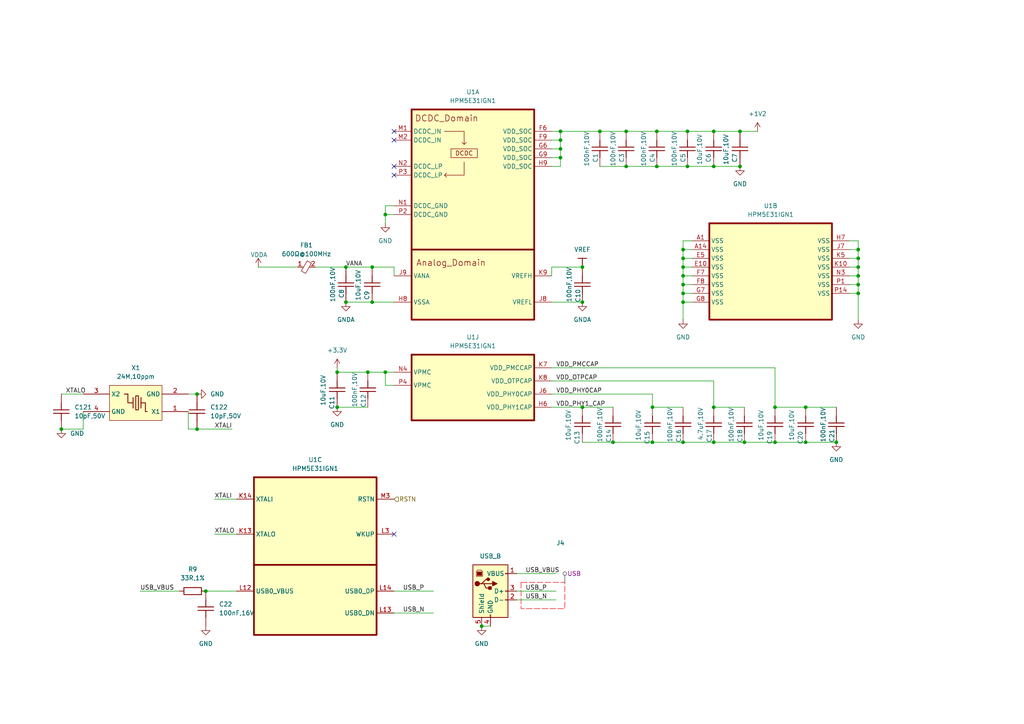
<source format=kicad_sch>
(kicad_sch (version 20250114) (generator "eeschema") (generator_version "9.0")
  (paper "A4")
  (junction (at 168.91 118.11))
  (junction (at 224.79 128.27))
  (junction (at 162.56 43.18))
  (junction (at 198.12 77.47))
  (junction (at 97.79 107.95))
  (junction (at 162.56 38.1))
  (junction (at 199.39 48.26))
  (junction (at 198.12 80.01))
  (junction (at 173.99 38.1))
  (junction (at 111.76 62.23))
  (junction (at 168.91 77.47))
  (junction (at 100.33 87.63))
  (junction (at 168.91 87.63))
  (junction (at 100.33 77.47))
  (junction (at 215.9 128.27))
  (junction (at 107.95 77.47))
  (junction (at 214.63 38.1))
  (junction (at 214.63 48.26))
  (junction (at 248.92 77.47))
  (junction (at 59.69 171.45))
  (junction (at 17.78 124.46))
  (junction (at 190.5 38.1))
  (junction (at 224.79 118.11))
  (junction (at 207.01 128.27))
  (junction (at 198.12 87.63))
  (junction (at 97.79 118.11))
  (junction (at 248.92 85.09))
  (junction (at 181.61 48.26))
  (junction (at 198.12 82.55))
  (junction (at 189.23 118.11))
  (junction (at 111.76 107.95))
  (junction (at 207.01 38.1))
  (junction (at 198.12 74.93))
  (junction (at 198.12 128.27))
  (junction (at 139.7 181.61))
  (junction (at 57.15 114.3))
  (junction (at 233.68 128.27))
  (junction (at 190.5 48.26))
  (junction (at 248.92 74.93))
  (junction (at 207.01 118.11))
  (junction (at 248.92 82.55))
  (junction (at 106.68 107.95))
  (junction (at 233.68 118.11))
  (junction (at 189.23 128.27))
  (junction (at 162.56 45.72))
  (junction (at 248.92 80.01))
  (junction (at 207.01 48.26))
  (junction (at 242.57 128.27))
  (junction (at 57.15 124.46))
  (junction (at 248.92 72.39))
  (junction (at 199.39 38.1))
  (junction (at 198.12 72.39))
  (junction (at 107.95 87.63))
  (junction (at 181.61 38.1))
  (junction (at 177.8 128.27))
  (junction (at 162.56 40.64))
  (junction (at 198.12 85.09))
  (no_connect (at 114.3 50.8))
  (no_connect (at 114.3 40.64))
  (no_connect (at 114.3 38.1))
  (no_connect (at 114.3 48.26))
  (no_connect (at 114.3 154.94))
  (wire (pts (xy 97.79 107.95) (xy 97.79 106.68)))
  (wire (pts (xy 149.86 166.37) (xy 161.29 166.37)))
  (wire (pts (xy 168.91 128.27) (xy 177.8 128.27)))
  (wire (pts (xy 139.7 181.61) (xy 142.24 181.61)))
  (wire (pts (xy 224.79 128.27) (xy 233.68 128.27)))
  (wire (pts (xy 107.95 87.63) (xy 114.3 87.63)))
  (wire (pts (xy 160.02 87.63) (xy 168.91 87.63)))
  (wire (pts (xy 181.61 48.26) (xy 190.5 48.26)))
  (wire (pts (xy 100.33 77.47) (xy 91.44 77.47)))
  (wire (pts (xy 224.79 106.68) (xy 224.79 118.11)))
  (wire (pts (xy 62.23 144.78) (xy 68.58 144.78)))
  (wire (pts (xy 173.99 48.26) (xy 181.61 48.26)))
  (wire (pts (xy 114.3 111.76) (xy 111.76 111.76)))
  (wire (pts (xy 198.12 74.93) (xy 200.66 74.93)))
  (wire (pts (xy 189.23 128.27) (xy 198.12 128.27)))
  (wire (pts (xy 54.61 114.3) (xy 57.15 114.3)))
  (wire (pts (xy 57.15 124.46) (xy 67.31 124.46)))
  (wire (pts (xy 198.12 82.55) (xy 200.66 82.55)))
  (wire (pts (xy 207.01 110.49) (xy 207.01 118.11)))
  (wire (pts (xy 198.12 87.63) (xy 200.66 87.63)))
  (wire (pts (xy 198.12 82.55) (xy 198.12 85.09)))
  (wire (pts (xy 198.12 85.09) (xy 198.12 87.63)))
  (wire (pts (xy 246.38 72.39) (xy 248.92 72.39)))
  (wire (pts (xy 160.02 77.47) (xy 168.91 77.47)))
  (wire (pts (xy 215.9 128.27) (xy 224.79 128.27)))
  (wire (pts (xy 199.39 48.26) (xy 207.01 48.26)))
  (wire (pts (xy 59.69 171.45) (xy 68.58 171.45)))
  (wire (pts (xy 198.12 72.39) (xy 198.12 74.93)))
  (wire (pts (xy 248.92 72.39) (xy 248.92 74.93)))
  (wire (pts (xy 160.02 106.68) (xy 224.79 106.68)))
  (wire (pts (xy 248.92 80.01) (xy 248.92 82.55)))
  (wire (pts (xy 111.76 111.76) (xy 111.76 107.95)))
  (wire (pts (xy 198.12 77.47) (xy 198.12 80.01)))
  (wire (pts (xy 40.64 171.45) (xy 52.07 171.45)))
  (wire (pts (xy 114.3 177.8) (xy 125.73 177.8)))
  (wire (pts (xy 149.86 171.45) (xy 161.29 171.45)))
  (wire (pts (xy 24.13 119.38) (xy 24.13 124.46)))
  (wire (pts (xy 114.3 77.47) (xy 114.3 80.01)))
  (wire (pts (xy 160.02 114.3) (xy 189.23 114.3)))
  (wire (pts (xy 162.56 38.1) (xy 173.99 38.1)))
  (wire (pts (xy 198.12 87.63) (xy 198.12 92.71)))
  (wire (pts (xy 199.39 38.1) (xy 207.01 38.1)))
  (wire (pts (xy 114.3 59.69) (xy 111.76 59.69)))
  (wire (pts (xy 17.78 114.3) (xy 24.13 114.3)))
  (wire (pts (xy 54.61 124.46) (xy 57.15 124.46)))
  (wire (pts (xy 149.86 173.99) (xy 161.29 173.99)))
  (wire (pts (xy 160.02 118.11) (xy 168.91 118.11)))
  (wire (pts (xy 246.38 77.47) (xy 248.92 77.47)))
  (wire (pts (xy 198.12 85.09) (xy 200.66 85.09)))
  (wire (pts (xy 198.12 128.27) (xy 207.01 128.27)))
  (wire (pts (xy 248.92 82.55) (xy 248.92 85.09)))
  (wire (pts (xy 160.02 45.72) (xy 162.56 45.72)))
  (wire (pts (xy 248.92 85.09) (xy 248.92 92.71)))
  (wire (pts (xy 181.61 38.1) (xy 190.5 38.1)))
  (wire (pts (xy 200.66 69.85) (xy 198.12 69.85)))
  (wire (pts (xy 160.02 38.1) (xy 162.56 38.1)))
  (wire (pts (xy 97.79 118.11) (xy 106.68 118.11)))
  (wire (pts (xy 160.02 110.49) (xy 207.01 110.49)))
  (wire (pts (xy 207.01 118.11) (xy 215.9 118.11)))
  (wire (pts (xy 162.56 40.64) (xy 162.56 38.1)))
  (wire (pts (xy 246.38 69.85) (xy 248.92 69.85)))
  (wire (pts (xy 162.56 45.72) (xy 162.56 43.18)))
  (wire (pts (xy 224.79 118.11) (xy 233.68 118.11)))
  (wire (pts (xy 198.12 80.01) (xy 200.66 80.01)))
  (wire (pts (xy 233.68 128.27) (xy 242.57 128.27)))
  (wire (pts (xy 173.99 38.1) (xy 181.61 38.1)))
  (wire (pts (xy 246.38 74.93) (xy 248.92 74.93)))
  (wire (pts (xy 198.12 72.39) (xy 200.66 72.39)))
  (wire (pts (xy 198.12 77.47) (xy 200.66 77.47)))
  (wire (pts (xy 207.01 128.27) (xy 215.9 128.27)))
  (wire (pts (xy 248.92 69.85) (xy 248.92 72.39)))
  (wire (pts (xy 160.02 40.64) (xy 162.56 40.64)))
  (wire (pts (xy 54.61 119.38) (xy 54.61 124.46)))
  (wire (pts (xy 86.36 77.47) (xy 74.93 77.47)))
  (wire (pts (xy 207.01 38.1) (xy 214.63 38.1)))
  (wire (pts (xy 198.12 80.01) (xy 198.12 82.55)))
  (wire (pts (xy 162.56 43.18) (xy 162.56 40.64)))
  (wire (pts (xy 111.76 59.69) (xy 111.76 62.23)))
  (wire (pts (xy 97.79 107.95) (xy 106.68 107.95)))
  (wire (pts (xy 168.91 118.11) (xy 177.8 118.11)))
  (wire (pts (xy 62.23 154.94) (xy 68.58 154.94)))
  (wire (pts (xy 114.3 171.45) (xy 125.73 171.45)))
  (wire (pts (xy 198.12 74.93) (xy 198.12 77.47)))
  (wire (pts (xy 248.92 74.93) (xy 248.92 77.47)))
  (wire (pts (xy 24.13 124.46) (xy 17.78 124.46)))
  (wire (pts (xy 233.68 118.11) (xy 242.57 118.11)))
  (wire (pts (xy 177.8 128.27) (xy 189.23 128.27)))
  (wire (pts (xy 162.56 48.26) (xy 162.56 45.72)))
  (wire (pts (xy 214.63 38.1) (xy 219.71 38.1)))
  (wire (pts (xy 189.23 114.3) (xy 189.23 118.11)))
  (wire (pts (xy 106.68 107.95) (xy 111.76 107.95)))
  (wire (pts (xy 111.76 107.95) (xy 114.3 107.95)))
  (wire (pts (xy 207.01 48.26) (xy 214.63 48.26)))
  (wire (pts (xy 190.5 48.26) (xy 199.39 48.26)))
  (wire (pts (xy 246.38 80.01) (xy 248.92 80.01)))
  (wire (pts (xy 100.33 77.47) (xy 107.95 77.47)))
  (wire (pts (xy 190.5 38.1) (xy 199.39 38.1)))
  (wire (pts (xy 246.38 82.55) (xy 248.92 82.55)))
  (wire (pts (xy 111.76 62.23) (xy 114.3 62.23)))
  (wire (pts (xy 189.23 118.11) (xy 198.12 118.11)))
  (wire (pts (xy 107.95 77.47) (xy 114.3 77.47)))
  (wire (pts (xy 248.92 77.47) (xy 248.92 80.01)))
  (wire (pts (xy 160.02 48.26) (xy 162.56 48.26)))
  (wire (pts (xy 160.02 43.18) (xy 162.56 43.18)))
  (wire (pts (xy 107.95 87.63) (xy 100.33 87.63)))
  (wire (pts (xy 111.76 62.23) (xy 111.76 64.77)))
  (wire (pts (xy 198.12 69.85) (xy 198.12 72.39)))
  (wire (pts (xy 246.38 85.09) (xy 248.92 85.09)))
  (wire (pts (xy 160.02 77.47) (xy 160.02 80.01)))
  (label "VDD_PHY0CAP" (at 161.29 114.3 0))
  (label "USB_P" (at 152.4 171.45 0))
  (label "VDD_PHY1_CAP" (at 161.29 118.11 0))
  (label "XTALO" (at 19.05 114.3 0))
  (label "XTALI" (at 62.23 124.46 0))
  (label "XTALI" (at 62.23 144.78 0))
  (label "USB_VBUS" (at 152.4 166.37 0))
  (label "USB_N" (at 152.4 173.99 0))
  (label "VDD_OTPCAP" (at 161.29 110.49 0))
  (label "VANA" (at 100.33 77.47 0))
  (label "VDD_PMCCAP" (at 161.29 106.68 0))
  (label "XTALO" (at 62.23 154.94 0))
  (label "USB_VBUS" (at 40.64 171.45 0))
  (label "USB_N" (at 116.84 177.8 0))
  (label "USB_P" (at 116.84 171.45 0))
  (hierarchical_label "RSTN" (shape input) (at 114.3 144.78 0))
  (rule_area (polyline (pts (xy 151.13 168.91) (xy 151.13 176.53) (xy 163.83 176.53) (xy 163.83 168.91)) (stroke (width 0) (type dash))))
  (netclass_flag "" (length 2.54) (shape round) (at 163.83 168.91 0) (property "Netclass" "USB" (at 164.5285 166.37 0) (effects (justify left))))
  (symbol (lib_id "HPM6280Foc:GRM033R61A104KE15D") (at 181.61 43.18 90) (unit 1)
    (property "Reference" "C3" (at 180.34 44.45 0) (effects (justify right)))
    (property "Value" "100nF,10V" (at 177.8 38.1 0) (effects (justify right)))
    (property "Footprint" "Capacitor_SMD:C_0201_0603Metric" (effects (hide yes)))
    (property "制造商" "muRata(村田)" (effects (hide yes)))
    (property "华秋编号" "G0049504" (effects (hide yes)))
    (property "立创编号" "C76934" (effects (hide yes)))
  )
  (symbol (lib_id "HPM6280Foc:CL05A106MP5NUNC") (at 224.79 123.19 90) (unit 1)
    (property "Reference" "C19" (at 223.266 124.968 0) (effects (justify right)))
    (property "Value" "10uF,10V" (at 220.726 118.872 0) (effects (justify right)))
    (property "Footprint" "Capacitor_SMD:C_0402_1005Metric" (effects (hide yes)))
    (property "Datasheet" "https://atta.szlcsc.com/upload/public/pdf/source/20231220/1EF805BAE1520675928CC4638D279E74.pdf" (effects (hide yes)))
    (property "华秋编号" "G0022855" (effects (hide yes)))
    (property "立创编号" "C315248" (effects (hide yes)))
  )
  (symbol (lib_id "HPM6280Foc:CL05A106MP5NUNC") (at 97.79 113.03 90) (unit 1)
    (property "Reference" "C11" (at 96.266 114.808 0) (effects (justify right)))
    (property "Value" "10uF,10V" (at 93.726 108.712 0) (effects (justify right)))
    (property "Footprint" "Capacitor_SMD:C_0402_1005Metric" (effects (hide yes)))
    (property "Datasheet" "https://atta.szlcsc.com/upload/public/pdf/source/20231220/1EF805BAE1520675928CC4638D279E74.pdf" (effects (hide yes)))
    (property "华秋编号" "G0022855" (effects (hide yes)))
    (property "立创编号" "C315248" (effects (hide yes)))
  )
  (symbol (lib_id "HPM6280Foc:GRM033R61A104KE15D") (at 242.57 123.19 90) (unit 1)
    (property "Reference" "C21" (at 241.3 124.46 0) (effects (justify right)))
    (property "Value" "100nF,10V" (at 238.76 118.11 0) (effects (justify right)))
    (property "Footprint" "Capacitor_SMD:C_0201_0603Metric" (effects (hide yes)))
    (property "制造商" "muRata(村田)" (effects (hide yes)))
    (property "华秋编号" "G0049504" (effects (hide yes)))
    (property "立创编号" "C76934" (effects (hide yes)))
  )
  (symbol (lib_id "HPM6280Foc:CL05A106MP5NUNC") (at 168.91 123.19 90) (unit 1)
    (property "Reference" "C13" (at 167.386 124.968 0) (effects (justify right)))
    (property "Value" "10uF,10V" (at 164.846 118.872 0) (effects (justify right)))
    (property "Footprint" "Capacitor_SMD:C_0402_1005Metric" (effects (hide yes)))
    (property "Datasheet" "https://atta.szlcsc.com/upload/public/pdf/source/20231220/1EF805BAE1520675928CC4638D279E74.pdf" (effects (hide yes)))
    (property "华秋编号" "G0022855" (effects (hide yes)))
    (property "立创编号" "C315248" (effects (hide yes)))
  )
  (symbol (lib_id "HPM6280Foc:CC0402JRNPO9BN100") (at 57.15 119.38 270) (unit 1)
    (property "Reference" "C122" (at 60.96 118.1099 90) (effects (justify left)))
    (property "Value" "10pF,50V" (at 60.96 120.6499 90) (effects (justify left)))
    (property "Footprint" "Capacitor_SMD:C_0402_1005Metric" (effects (hide yes)))
    (property "制造商" "YAGEO(国巨)" (effects (hide yes)))
    (property "华秋编号" "G0050822" (effects (hide yes)))
    (property "立创编号" "C106199" (effects (hide yes)))
  )
  (symbol (lib_id "HPM6280Foc:BLM15PX601SN1D") (at 88.9 77.47 0) (unit 1)
    (property "Reference" "FB1" (at 88.8619 71.12 0))
    (property "Value" "600Ω@100MHz" (at 88.8619 73.66 0))
    (property "Footprint" "Inductor_SMD:L_0402_1005Metric" (effects (hide yes)))
    (property "Datasheet" "https://item.szlcsc.com/datasheet/BLM15PX601SN1D/172358.html?spm=sc.it.xds.a___sc.gbn.xh1.zy.n&lcsc_vid=RFRfBVcDE1AKVwFQFlNZVFdVEVVeBlJXT1hWXgUERFUxVlNSTlNcUFNTRFVcUDsOAxUeFF5JWAgaAglIBBsCBBcFWQIBCks%3D" (effects (hide yes)))
    (property "Description" "单路 0402磁珠 阻抗600Ω@100MHz" (effects (hide yes)))
    (property "华秋编号" "G0048586" (effects (hide yes)))
    (property "立创编号" "C160977" (effects (hide yes)))
  )
  (symbol (lib_id "HPM6280Foc:0402WGF330JTCE") (at 55.88 171.45 0) (unit 1)
    (property "Reference" "R9" (at 55.88 165.1 0))
    (property "Value" "33R,1%" (at 55.88 167.64 0))
    (property "Footprint" "Resistor_SMD:R_0402_1005Metric" (effects (hide yes)))
    (property "华秋编号" "G0064864" (effects (hide yes)))
    (property "立创编号" "C25105" (effects (hide yes)))
  )
  (symbol (lib_id "HPM6280Foc:GRM033R61A104KE15D") (at 168.91 82.55 90) (unit 1)
    (property "Reference" "C10" (at 167.64 83.82 0) (effects (justify right)))
    (property "Value" "100nF,10V" (at 165.1 77.47 0) (effects (justify right)))
    (property "Footprint" "Capacitor_SMD:C_0201_0603Metric" (effects (hide yes)))
    (property "制造商" "muRata(村田)" (effects (hide yes)))
    (property "华秋编号" "G0049504" (effects (hide yes)))
    (property "立创编号" "C76934" (effects (hide yes)))
  )
  (symbol (lib_id "HPM5E00_Library:HPM5E31IGN1") (at 205.74 64.77 0) (unit 2)
    (property "Reference" "U1" (at 223.52 59.69 0))
    (property "Value" "HPM5E31IGN1" (at 223.52 62.23 0))
    (property "Footprint" "HPM_footprints:BGA-196_14x14_12.0x12.0mm_P0.8mm" (effects (hide yes)))
    (property "Datasheet" "https://www.hpmicro.com/Public/Uploads/uploadfile/files/20250505/HPM5E00DSV01.pdf" (effects (hide yes)))
    (property "Description" "BGA196" (effects (hide yes)))
  )
  (symbol (lib_id "power:GND") (at 242.57 128.27 0) (unit 1)
    (property "Reference" "#PWR026" (effects (hide yes)))
    (property "Value" "GND" (at 242.57 133.35 0))
    (property "Description" "Power symbol creates a global label with name \"GND\" , ground" (effects (hide yes)))
  )
  (symbol (lib_id "power:VDDA") (at 74.93 77.47 0) (unit 1)
    (property "Reference" "#PWR018" (effects (hide yes)))
    (property "Value" "VDDA" (at 72.644 73.914 0) (effects (justify left)))
    (property "Description" "Power symbol creates a global label with name \"VDDA\"" (effects (hide yes)))
  )
  (symbol (lib_id "HPM6280Foc:R824000012") (at 39.37 116.84 0) (unit 1)
    (property "Reference" "X1" (at 39.37 106.68 0))
    (property "Value" "24M,10ppm" (at 39.37 109.22 0))
    (property "Footprint" "Oscillator:Oscillator_SMD_Abracon_ASCO-4Pin_1.6x1.2mm" (effects (hide yes)))
    (property "Datasheet" "https://atta.szlcsc.com/upload/public/pdf/source/20220406/73287B782F40A716F1DC9C53DC497A56.pdf" (effects (hide yes)))
    (property "Description" "24M无源晶振" (effects (hide yes)))
    (property "立创编号" "C2929397" (effects (hide yes)))
  )
  (symbol (lib_id "HPM6280Foc:CC0402JRNPO9BN100") (at 17.78 119.38 270) (unit 1)
    (property "Reference" "C121" (at 21.59 118.1099 90) (effects (justify left)))
    (property "Value" "10pF,50V" (at 21.59 120.6499 90) (effects (justify left)))
    (property "Footprint" "Capacitor_SMD:C_0402_1005Metric" (effects (hide yes)))
    (property "制造商" "YAGEO(国巨)" (effects (hide yes)))
    (property "华秋编号" "G0050822" (effects (hide yes)))
    (property "立创编号" "C106199" (effects (hide yes)))
  )
  (symbol (lib_id "power:GND") (at 214.63 48.26 0) (unit 1)
    (property "Reference" "#PWR016" (effects (hide yes)))
    (property "Value" "GND" (at 214.63 53.34 0))
    (property "Description" "Power symbol creates a global label with name \"GND\" , ground" (effects (hide yes)))
  )
  (symbol (lib_id "HPM5E00_Library:HPM5E31IGN1") (at 119.38 31.75 0) (unit 1)
    (property "Reference" "U1" (at 137.16 26.67 0))
    (property "Value" "HPM5E31IGN1" (at 137.16 29.21 0))
    (property "Footprint" "HPM_footprints:BGA-196_14x14_12.0x12.0mm_P0.8mm" (effects (hide yes)))
    (property "Datasheet" "https://www.hpmicro.com/Public/Uploads/uploadfile/files/20250505/HPM5E00DSV01.pdf" (effects (hide yes)))
    (property "Description" "BGA196" (effects (hide yes)))
  )
  (symbol (lib_id "HPM5E00_Library:HPM5E31IGN1") (at 73.66 138.43 0) (unit 3)
    (property "Reference" "U1" (at 91.44 133.35 0))
    (property "Value" "HPM5E31IGN1" (at 91.44 135.89 0))
    (property "Footprint" "HPM_footprints:BGA-196_14x14_12.0x12.0mm_P0.8mm" (effects (hide yes)))
    (property "Datasheet" "https://www.hpmicro.com/Public/Uploads/uploadfile/files/20250505/HPM5E00DSV01.pdf" (effects (hide yes)))
    (property "Description" "BGA196" (effects (hide yes)))
  )
  (symbol (lib_id "HPM6280Foc:GRM033R61A104KE15D") (at 198.12 123.19 90) (unit 1)
    (property "Reference" "C16" (at 196.85 124.46 0) (effects (justify right)))
    (property "Value" "100nF,10V" (at 194.31 118.11 0) (effects (justify right)))
    (property "Footprint" "Capacitor_SMD:C_0201_0603Metric" (effects (hide yes)))
    (property "制造商" "muRata(村田)" (effects (hide yes)))
    (property "华秋编号" "G0049504" (effects (hide yes)))
    (property "立创编号" "C76934" (effects (hide yes)))
  )
  (symbol (lib_id "HPM6280Foc:GRM033R61A104KE15D") (at 173.99 43.18 90) (unit 1)
    (property "Reference" "C1" (at 172.72 44.45 0) (effects (justify right)))
    (property "Value" "100nF,10V" (at 170.18 38.1 0) (effects (justify right)))
    (property "Footprint" "Capacitor_SMD:C_0201_0603Metric" (effects (hide yes)))
    (property "制造商" "muRata(村田)" (effects (hide yes)))
    (property "华秋编号" "G0049504" (effects (hide yes)))
    (property "立创编号" "C76934" (effects (hide yes)))
  )
  (symbol (lib_id "HPM6280Foc:GRM033R61A104KE15D") (at 199.39 43.18 90) (unit 1)
    (property "Reference" "C5" (at 198.12 44.45 0) (effects (justify right)))
    (property "Value" "100nF,10V" (at 195.58 38.1 0) (effects (justify right)))
    (property "Footprint" "Capacitor_SMD:C_0201_0603Metric" (effects (hide yes)))
    (property "制造商" "muRata(村田)" (effects (hide yes)))
    (property "华秋编号" "G0049504" (effects (hide yes)))
    (property "立创编号" "C76934" (effects (hide yes)))
  )
  (symbol (lib_id "power:GND") (at 248.92 92.71 0) (unit 1)
    (property "Reference" "#PWR023" (effects (hide yes)))
    (property "Value" "GND" (at 248.92 97.79 0))
    (property "Description" "Power symbol creates a global label with name \"GND\" , ground" (effects (hide yes)))
  )
  (symbol (lib_id "power:GNDA") (at 168.91 87.63 0) (unit 1)
    (property "Reference" "#PWR021" (effects (hide yes)))
    (property "Value" "GNDA" (at 168.91 92.71 0))
    (property "Description" "Power symbol creates a global label with name \"GNDA\" , analog ground" (effects (hide yes)))
  )
  (symbol (lib_id "HPM5E00_Library:HPM5E31IGN1") (at 119.38 102.87 0) (unit 10)
    (property "Reference" "U1" (at 137.16 97.79 0))
    (property "Value" "HPM5E31IGN1" (at 137.16 100.33 0))
    (property "Footprint" "HPM_footprints:BGA-196_14x14_12.0x12.0mm_P0.8mm" (effects (hide yes)))
    (property "Datasheet" "https://www.hpmicro.com/Public/Uploads/uploadfile/files/20250505/HPM5E00DSV01.pdf" (effects (hide yes)))
    (property "Description" "BGA196" (effects (hide yes)))
  )
  (symbol (lib_id "HPM6280Foc:CL05A106MP5NUNC") (at 207.01 43.18 90) (unit 1)
    (property "Reference" "C6" (at 205.486 44.45 0) (effects (justify right)))
    (property "Value" "10uF,10V" (at 202.946 38.862 0) (effects (justify right)))
    (property "Footprint" "Capacitor_SMD:C_0402_1005Metric" (effects (hide yes)))
    (property "Datasheet" "https://atta.szlcsc.com/upload/public/pdf/source/20231220/1EF805BAE1520675928CC4638D279E74.pdf" (effects (hide yes)))
    (property "华秋编号" "G0022855" (effects (hide yes)))
    (property "立创编号" "C315248" (effects (hide yes)))
  )
  (symbol (lib_id "Connector:USB_B") (at 142.24 171.45 0) (unit 1)
    (property "Reference" "J4" (at 162.56 157.48 0))
    (property "Value" "USB_B" (at 142.24 161.29 0))
    (property "Footprint" "Library:USB_B_OST_USB-B1HSxx_Horizontal" (effects (hide yes)))
    (property "Description" "USB Type B connector" (effects (hide yes)))
  )
  (symbol (lib_id "power:GND") (at 111.76 64.77 0) (unit 1)
    (property "Reference" "#PWR017" (effects (hide yes)))
    (property "Value" "GND" (at 111.76 69.85 0))
    (property "Description" "Power symbol creates a global label with name \"GND\" , ground" (effects (hide yes)))
  )
  (symbol (lib_id "HPM6280Foc:CL05A475KP5NRNC") (at 207.01 123.19 90) (unit 1)
    (property "Reference" "C17" (at 205.74 124.46 0) (effects (justify right)))
    (property "Value" "4.7uF,10V" (at 203.2 118.11 0) (effects (justify right)))
    (property "Footprint" "Capacitor_SMD:C_0402_1005Metric" (effects (hide yes)))
    (property "制造商" "SAMSUNG(三星)" (effects (hide yes)))
    (property "华秋编号" "G0087913" (effects (hide yes)))
    (property "立创编号" "C368809" (effects (hide yes)))
  )
  (symbol (lib_id "power:GND") (at 139.7 181.61 0) (unit 1)
    (property "Reference" "#PWR030" (effects (hide yes)))
    (property "Value" "GND" (at 139.7 186.69 0))
    (property "Description" "Power symbol creates a global label with name \"GND\" , ground" (effects (hide yes)))
  )
  (symbol (lib_id "power:+1V2") (at 219.71 38.1 0) (unit 1)
    (property "Reference" "#PWR015" (effects (hide yes)))
    (property "Value" "+1V2" (at 219.71 33.02 0))
    (property "Description" "Power symbol creates a global label with name \"+1V2\"" (effects (hide yes)))
  )
  (symbol (lib_id "HPM6280Foc:CL05A106MP5NUNC") (at 107.95 82.55 90) (unit 1)
    (property "Reference" "C9" (at 106.426 84.328 0) (effects (justify right)))
    (property "Value" "10uF,10V" (at 103.886 78.232 0) (effects (justify right)))
    (property "Footprint" "Capacitor_SMD:C_0402_1005Metric" (effects (hide yes)))
    (property "Datasheet" "https://atta.szlcsc.com/upload/public/pdf/source/20231220/1EF805BAE1520675928CC4638D279E74.pdf" (effects (hide yes)))
    (property "华秋编号" "G0022855" (effects (hide yes)))
    (property "立创编号" "C315248" (effects (hide yes)))
  )
  (symbol (lib_id "power:GND") (at 57.15 114.3 90) (unit 1)
    (property "Reference" "#PWR027" (effects (hide yes)))
    (property "Value" "GND" (at 60.96 114.2999 90) (effects (justify right)))
    (property "Description" "Power symbol creates a global label with name \"GND\" , ground" (effects (hide yes)))
  )
  (symbol (lib_id "HPM6280Foc:GRM033R61A104KE15D") (at 177.8 123.19 90) (unit 1)
    (property "Reference" "C14" (at 176.53 124.46 0) (effects (justify right)))
    (property "Value" "100nF,10V" (at 173.99 118.11 0) (effects (justify right)))
    (property "Footprint" "Capacitor_SMD:C_0201_0603Metric" (effects (hide yes)))
    (property "制造商" "muRata(村田)" (effects (hide yes)))
    (property "华秋编号" "G0049504" (effects (hide yes)))
    (property "立创编号" "C76934" (effects (hide yes)))
  )
  (symbol (lib_id "power:GND") (at 59.69 181.61 0) (unit 1)
    (property "Reference" "#PWR029" (effects (hide yes)))
    (property "Value" "GND" (at 59.69 186.69 0))
    (property "Description" "Power symbol creates a global label with name \"GND\" , ground" (effects (hide yes)))
  )
  (symbol (lib_id "power:GNDA") (at 100.33 87.63 0) (unit 1)
    (property "Reference" "#PWR020" (effects (hide yes)))
    (property "Value" "GNDA" (at 100.33 92.71 0))
    (property "Description" "Power symbol creates a global label with name \"GNDA\" , analog ground" (effects (hide yes)))
  )
  (symbol (lib_id "power:GND") (at 97.79 118.11 0) (unit 1)
    (property "Reference" "#PWR025" (effects (hide yes)))
    (property "Value" "GND" (at 97.79 123.19 0))
    (property "Description" "Power symbol creates a global label with name \"GND\" , ground" (effects (hide yes)))
  )
  (symbol (lib_id "HPM6280Foc:CL05A106MP5NUNC") (at 189.23 123.19 90) (unit 1)
    (property "Reference" "C15" (at 187.706 124.968 0) (effects (justify right)))
    (property "Value" "10uF,10V" (at 185.166 118.872 0) (effects (justify right)))
    (property "Footprint" "Capacitor_SMD:C_0402_1005Metric" (effects (hide yes)))
    (property "Datasheet" "https://atta.szlcsc.com/upload/public/pdf/source/20231220/1EF805BAE1520675928CC4638D279E74.pdf" (effects (hide yes)))
    (property "华秋编号" "G0022855" (effects (hide yes)))
    (property "立创编号" "C315248" (effects (hide yes)))
  )
  (symbol (lib_id "power:GND") (at 17.78 124.46 0) (unit 1)
    (property "Reference" "#PWR028" (effects (hide yes)))
    (property "Value" "GND" (at 20.32 125.7299 0) (effects (justify left)))
    (property "Description" "Power symbol creates a global label with name \"GND\" , ground" (effects (hide yes)))
  )
  (symbol (lib_id "HPM6280Foc:GRM033R61A104KE15D") (at 100.33 82.55 90) (unit 1)
    (property "Reference" "C8" (at 99.06 83.82 0) (effects (justify right)))
    (property "Value" "100nF,10V" (at 96.52 77.47 0) (effects (justify right)))
    (property "Footprint" "Capacitor_SMD:C_0201_0603Metric" (effects (hide yes)))
    (property "制造商" "muRata(村田)" (effects (hide yes)))
    (property "华秋编号" "G0049504" (effects (hide yes)))
    (property "立创编号" "C76934" (effects (hide yes)))
  )
  (symbol (lib_id "HPM6280Foc:VREF") (at 168.91 77.47 0) (unit 1)
    (property "Reference" "#PWR019" (effects (hide yes)))
    (property "Value" "VREF" (at 168.91 72.39 0))
    (property "Description" "电源符号创建名为 'VREF' 的全局标签" (effects (hide yes)))
  )
  (symbol (lib_id "HPM6280Foc:CL05A106MP5NUNC") (at 233.68 123.19 90) (unit 1)
    (property "Reference" "C20" (at 232.156 124.968 0) (effects (justify right)))
    (property "Value" "10uF,10V" (at 229.616 118.872 0) (effects (justify right)))
    (property "Footprint" "Capacitor_SMD:C_0402_1005Metric" (effects (hide yes)))
    (property "Datasheet" "https://atta.szlcsc.com/upload/public/pdf/source/20231220/1EF805BAE1520675928CC4638D279E74.pdf" (effects (hide yes)))
    (property "华秋编号" "G0022855" (effects (hide yes)))
    (property "立创编号" "C315248" (effects (hide yes)))
  )
  (symbol (lib_id "HPM6280Foc:CC0402KRX7R7BB104") (at 59.69 176.53 90) (unit 1)
    (property "Reference" "C22" (at 63.5 175.2599 90) (effects (justify right)))
    (property "Value" "100nF,16V" (at 63.5 177.7999 90) (effects (justify right)))
    (property "Footprint" "Capacitor_SMD:C_0402_1005Metric" (effects (hide yes)))
    (property "制造商" "YAGEO(国巨)" (effects (hide yes)))
    (property "华秋编号" "G0042289" (effects (hide yes)))
    (property "立创编号" "C60474" (effects (hide yes)))
  )
  (symbol (lib_id "HPM6280Foc:GRM033R61A104KE15D") (at 215.9 123.19 90) (unit 1)
    (property "Reference" "C18" (at 214.63 124.46 0) (effects (justify right)))
    (property "Value" "100nF,10V" (at 212.09 118.11 0) (effects (justify right)))
    (property "Footprint" "Capacitor_SMD:C_0201_0603Metric" (effects (hide yes)))
    (property "制造商" "muRata(村田)" (effects (hide yes)))
    (property "华秋编号" "G0049504" (effects (hide yes)))
    (property "立创编号" "C76934" (effects (hide yes)))
  )
  (symbol (lib_id "HPM6280Foc:GRM033R61A104KE15D") (at 190.5 43.18 90) (unit 1)
    (property "Reference" "C4" (at 189.23 44.45 0) (effects (justify right)))
    (property "Value" "100nF,10V" (at 186.69 38.1 0) (effects (justify right)))
    (property "Footprint" "Capacitor_SMD:C_0201_0603Metric" (effects (hide yes)))
    (property "制造商" "muRata(村田)" (effects (hide yes)))
    (property "华秋编号" "G0049504" (effects (hide yes)))
    (property "立创编号" "C76934" (effects (hide yes)))
  )
  (symbol (lib_id "power:GND") (at 198.12 92.71 0) (unit 1)
    (property "Reference" "#PWR022" (effects (hide yes)))
    (property "Value" "GND" (at 198.12 97.79 0))
    (property "Description" "Power symbol creates a global label with name \"GND\" , ground" (effects (hide yes)))
  )
  (symbol (lib_id "power:+3.3V") (at 97.79 106.68 0) (unit 1)
    (property "Reference" "#PWR024" (effects (hide yes)))
    (property "Value" "+3.3V" (at 97.79 101.6 0))
    (property "Description" "Power symbol creates a global label with name \"+3.3V\"" (effects (hide yes)))
  )
  (symbol (lib_id "HPM6280Foc:GRM033R61A104KE15D") (at 106.68 113.03 90) (unit 1)
    (property "Reference" "C12" (at 105.41 114.3 0) (effects (justify right)))
    (property "Value" "100nF,10V" (at 102.87 107.95 0) (effects (justify right)))
    (property "Footprint" "Capacitor_SMD:C_0201_0603Metric" (effects (hide yes)))
    (property "制造商" "muRata(村田)" (effects (hide yes)))
    (property "华秋编号" "G0049504" (effects (hide yes)))
    (property "立创编号" "C76934" (effects (hide yes)))
  )
  (symbol (lib_id "HPM6280Foc:CL05A106MP5NUNC") (at 214.63 43.18 90) (unit 1)
    (property "Reference" "C7" (at 213.106 44.45 0) (effects (justify right)))
    (property "Value" "10uF,10V" (at 210.566 38.862 0) (effects (justify right)))
    (property "Footprint" "Capacitor_SMD:C_0402_1005Metric" (effects (hide yes)))
    (property "Datasheet" "https://atta.szlcsc.com/upload/public/pdf/source/20231220/1EF805BAE1520675928CC4638D279E74.pdf" (effects (hide yes)))
    (property "华秋编号" "G0022855" (effects (hide yes)))
    (property "立创编号" "C315248" (effects (hide yes)))
  )
)
</source>
